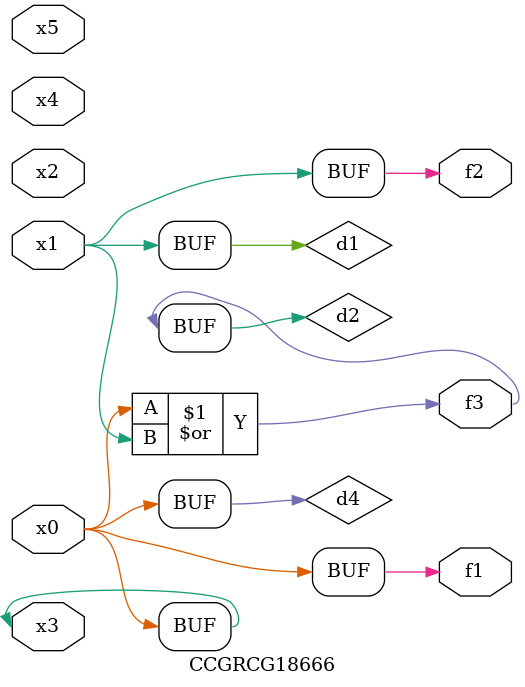
<source format=v>
module CCGRCG18666(
	input x0, x1, x2, x3, x4, x5,
	output f1, f2, f3
);

	wire d1, d2, d3, d4;

	and (d1, x1);
	or (d2, x0, x1);
	nand (d3, x0, x5);
	buf (d4, x0, x3);
	assign f1 = d4;
	assign f2 = d1;
	assign f3 = d2;
endmodule

</source>
